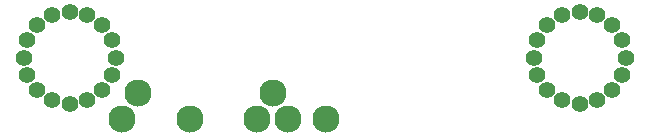
<source format=gtp>
%TF.GenerationSoftware,KiCad,Pcbnew,9.0.5*%
%TF.CreationDate,2025-10-14T17:21:27+01:00*%
%TF.ProjectId,vm_pogodaptor,766d5f70-6f67-46f6-9461-70746f722e6b,0.1*%
%TF.SameCoordinates,Original*%
%TF.FileFunction,Paste,Top*%
%TF.FilePolarity,Positive*%
%FSLAX45Y45*%
G04 Gerber Fmt 4.5, Leading zero omitted, Abs format (unit mm)*
G04 Created by KiCad (PCBNEW 9.0.5) date 2025-10-14 17:21:27*
%MOMM*%
%LPD*%
G01*
G04 APERTURE LIST*
%ADD10C,2.300000*%
%ADD11C,1.400000*%
G04 APERTURE END LIST*
D10*
%TO.C,TP3*%
X-1140000Y-420000D03*
%TD*%
%TO.C,TP5*%
X-440427Y-194817D03*
%TD*%
%TO.C,TP4*%
X-570000Y-420000D03*
%TD*%
%TO.C,TP6*%
X-310000Y-420000D03*
%TD*%
D11*
%TO.C,CN2*%
X1769000Y100000D03*
X1798687Y249246D03*
X1798687Y-49246D03*
X1883228Y375772D03*
X1883228Y-175772D03*
X2009753Y460313D03*
X2009753Y-260313D03*
X2159000Y490000D03*
X2159000Y-290000D03*
X2308247Y460313D03*
X2308247Y-260313D03*
X2434772Y375772D03*
X2434772Y-175772D03*
X2519313Y249246D03*
X2519313Y-49246D03*
X2549000Y100000D03*
%TD*%
D10*
%TO.C,TP7*%
X10000Y-420000D03*
%TD*%
D11*
%TO.C,CN1*%
X-2549000Y100000D03*
X-2519313Y249246D03*
X-2519313Y-49246D03*
X-2434772Y375772D03*
X-2434772Y-175772D03*
X-2308247Y460313D03*
X-2308247Y-260313D03*
X-2159000Y490000D03*
X-2159000Y-290000D03*
X-2009753Y460313D03*
X-2009753Y-260313D03*
X-1883228Y375772D03*
X-1883228Y-175772D03*
X-1798687Y249246D03*
X-1798687Y-49246D03*
X-1769000Y100000D03*
%TD*%
D10*
%TO.C,TP2*%
X-1585427Y-194817D03*
%TD*%
%TO.C,TP1*%
X-1715000Y-420000D03*
%TD*%
M02*

</source>
